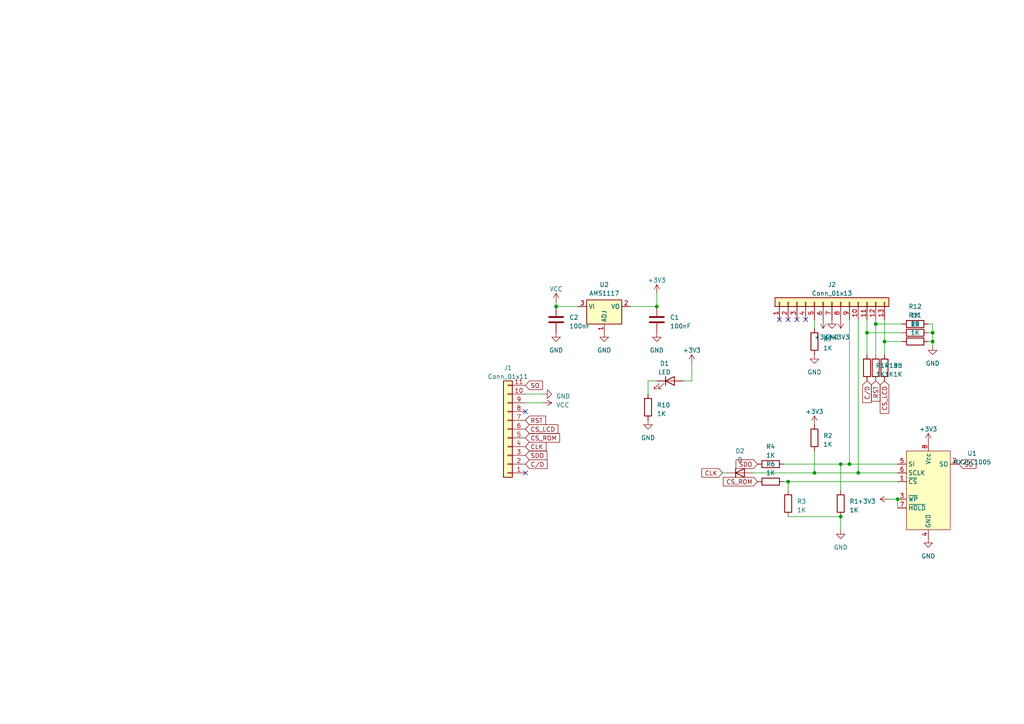
<source format=kicad_sch>
(kicad_sch (version 20230121) (generator eeschema)
  (paper "A4")
  (lib_symbols
    (symbol "Connector_Generic:Conn_01x11" (pin_names (offset 1.016) hide)
      (property "Reference" "J" (at 0 15.24 0))
      (property "Value" "Conn_01x11" (at 0 -15.24 0))
      (symbol "Conn_01x11_1_1"
        (rectangle (start -1.27 -12.573) (end 0 -12.827) (stroke (width 0.1524)))
        (rectangle (start -1.27 -10.033) (end 0 -10.287) (stroke (width 0.1524)))
        (rectangle (start -1.27 -7.493) (end 0 -7.747) (stroke (width 0.1524)))
        (rectangle (start -1.27 -4.953) (end 0 -5.207) (stroke (width 0.1524)))
        (rectangle (start -1.27 -2.413) (end 0 -2.667) (stroke (width 0.1524)))
        (rectangle (start -1.27 0.127) (end 0 -0.127) (stroke (width 0.1524)))
        (rectangle (start -1.27 2.667) (end 0 2.413) (stroke (width 0.1524)))
        (rectangle (start -1.27 5.207) (end 0 4.953) (stroke (width 0.1524)))
        (rectangle (start -1.27 7.747) (end 0 7.493) (stroke (width 0.1524)))
        (rectangle (start -1.27 10.287) (end 0 10.033) (stroke (width 0.1524)))
        (rectangle (start -1.27 12.827) (end 0 12.573) (stroke (width 0.1524)))
        (rectangle (start -1.27 13.97) (end 1.27 -13.97) (stroke (width 0.254)) (fill (type background)))
        (pin passive line (at -5.08 12.7 0) (length 3.81) (name "Pin_1") (number "1"))
        (pin passive line (at -5.08 -10.16 0) (length 3.81) (name "Pin_10") (number "10"))
        (pin passive line (at -5.08 -12.7 0) (length 3.81) (name "Pin_11") (number "11"))
        (pin passive line (at -5.08 10.16 0) (length 3.81) (name "Pin_2") (number "2"))
        (pin passive line (at -5.08 7.62 0) (length 3.81) (name "Pin_3") (number "3"))
        (pin passive line (at -5.08 5.08 0) (length 3.81) (name "Pin_4") (number "4"))
        (pin passive line (at -5.08 2.54 0) (length 3.81) (name "Pin_5") (number "5"))
        (pin passive line (at -5.08 0 0) (length 3.81) (name "Pin_6") (number "6"))
        (pin passive line (at -5.08 -2.54 0) (length 3.81) (name "Pin_7") (number "7"))
        (pin passive line (at -5.08 -5.08 0) (length 3.81) (name "Pin_8") (number "8"))
        (pin passive line (at -5.08 -7.62 0) (length 3.81) (name "Pin_9") (number "9"))
      )
    )
    (symbol "Connector_Generic:Conn_01x13" (pin_names (offset 1.016) hide)
      (property "Reference" "J" (at 0 17.78 0))
      (property "Value" "Conn_01x13" (at 0 -17.78 0))
      (symbol "Conn_01x13_1_1"
        (rectangle (start -1.27 -15.113) (end 0 -15.367) (stroke (width 0.1524)))
        (rectangle (start -1.27 -12.573) (end 0 -12.827) (stroke (width 0.1524)))
        (rectangle (start -1.27 -10.033) (end 0 -10.287) (stroke (width 0.1524)))
        (rectangle (start -1.27 -7.493) (end 0 -7.747) (stroke (width 0.1524)))
        (rectangle (start -1.27 -4.953) (end 0 -5.207) (stroke (width 0.1524)))
        (rectangle (start -1.27 -2.413) (end 0 -2.667) (stroke (width 0.1524)))
        (rectangle (start -1.27 0.127) (end 0 -0.127) (stroke (width 0.1524)))
        (rectangle (start -1.27 2.667) (end 0 2.413) (stroke (width 0.1524)))
        (rectangle (start -1.27 5.207) (end 0 4.953) (stroke (width 0.1524)))
        (rectangle (start -1.27 7.747) (end 0 7.493) (stroke (width 0.1524)))
        (rectangle (start -1.27 10.287) (end 0 10.033) (stroke (width 0.1524)))
        (rectangle (start -1.27 12.827) (end 0 12.573) (stroke (width 0.1524)))
        (rectangle (start -1.27 15.367) (end 0 15.113) (stroke (width 0.1524)))
        (rectangle (start -1.27 16.51) (end 1.27 -16.51) (stroke (width 0.254)) (fill (type background)))
        (pin passive line (at -5.08 15.24 0) (length 3.81) (name "Pin_1") (number "1"))
        (pin passive line (at -5.08 -7.62 0) (length 3.81) (name "Pin_10") (number "10"))
        (pin passive line (at -5.08 -10.16 0) (length 3.81) (name "Pin_11") (number "11"))
        (pin passive line (at -5.08 -12.7 0) (length 3.81) (name "Pin_12") (number "12"))
        (pin passive line (at -5.08 -15.24 0) (length 3.81) (name "Pin_13") (number "13"))
        (pin passive line (at -5.08 12.7 0) (length 3.81) (name "Pin_2") (number "2"))
        (pin passive line (at -5.08 10.16 0) (length 3.81) (name "Pin_3") (number "3"))
        (pin passive line (at -5.08 7.62 0) (length 3.81) (name "Pin_4") (number "4"))
        (pin passive line (at -5.08 5.08 0) (length 3.81) (name "Pin_5") (number "5"))
        (pin passive line (at -5.08 2.54 0) (length 3.81) (name "Pin_6") (number "6"))
        (pin passive line (at -5.08 0 0) (length 3.81) (name "Pin_7") (number "7"))
        (pin passive line (at -5.08 -2.54 0) (length 3.81) (name "Pin_8") (number "8"))
        (pin passive line (at -5.08 -5.08 0) (length 3.81) (name "Pin_9") (number "9"))
      )
    )
    (symbol "Device:C" (pin_numbers hide) (pin_names (offset 0.254))
      (property "Reference" "C" (at 0.635 2.54 0))
      (property "Value" "C" (at 0.635 -2.54 0))
      (symbol "C_0_1"
        (polyline (pts (xy -2.032 -0.762) (xy 2.032 -0.762)) (stroke (width 0.508)))
        (polyline (pts (xy -2.032 0.762) (xy 2.032 0.762)) (stroke (width 0.508)))
      )
      (symbol "C_1_1"
        (pin passive line (at 0 3.81 270) (length 2.794) (name "~") (number "1"))
        (pin passive line (at 0 -3.81 90) (length 2.794) (name "~") (number "2"))
      )
    )
    (symbol "Device:D" (pin_numbers hide) (pin_names (offset 1.016) hide)
      (property "Reference" "D" (at 0 2.54 0))
      (property "Value" "D" (at 0 -2.54 0))
      (symbol "D_0_1"
        (polyline (pts (xy -1.27 1.27) (xy -1.27 -1.27)) (stroke (width 0.254)))
        (polyline (pts (xy 1.27 0) (xy -1.27 0)))
        (polyline (pts (xy 1.27 1.27) (xy 1.27 -1.27) (xy -1.27 0) (xy 1.27 1.27)) (stroke (width 0.254)))
      )
      (symbol "D_1_1"
        (pin passive line (at -3.81 0 0) (length 2.54) (name "K") (number "1"))
        (pin passive line (at 3.81 0 180) (length 2.54) (name "A") (number "2"))
      )
    )
    (symbol "Device:LED" (pin_numbers hide) (pin_names (offset 1.016) hide)
      (property "Reference" "D" (at 0 2.54 0))
      (property "Value" "LED" (at 0 -2.54 0))
      (symbol "LED_0_1"
        (polyline (pts (xy -1.27 -1.27) (xy -1.27 1.27)) (stroke (width 0.254)))
        (polyline (pts (xy -1.27 0) (xy 1.27 0)))
        (polyline (pts (xy 1.27 -1.27) (xy 1.27 1.27) (xy -1.27 0) (xy 1.27 -1.27)) (stroke (width 0.254)))
        (polyline (pts (xy -3.048 -0.762) (xy -4.572 -2.286) (xy -3.81 -2.286) (xy -4.572 -2.286) (xy -4.572 -1.524)))
        (polyline (pts (xy -1.778 -0.762) (xy -3.302 -2.286) (xy -2.54 -2.286) (xy -3.302 -2.286) (xy -3.302 -1.524)))
      )
      (symbol "LED_1_1"
        (pin passive line (at -3.81 0 0) (length 2.54) (name "K") (number "1"))
        (pin passive line (at 3.81 0 180) (length 2.54) (name "A") (number "2"))
      )
    )
    (symbol "Device:R" (pin_numbers hide) (pin_names (offset 0))
      (property "Reference" "R" (at 2.032 0 90))
      (property "Value" "R" (at 0 0 90))
      (symbol "R_0_1"
        (rectangle (start -1.016 -2.54) (end 1.016 2.54) (stroke (width 0.254)))
      )
      (symbol "R_1_1"
        (pin passive line (at 0 3.81 270) (length 1.27) (name "~") (number "1"))
        (pin passive line (at 0 -3.81 90) (length 1.27) (name "~") (number "2"))
      )
    )
    (symbol "Regulator_Linear:AMS1117"
      (property "Reference" "U" (at -3.81 3.175 0))
      (property "Value" "AMS1117" (at 0 3.175 0))
      (symbol "AMS1117_0_1"
        (rectangle (start -5.08 -5.08) (end 5.08 1.905) (stroke (width 0.254)) (fill (type background)))
      )
      (symbol "AMS1117_1_1"
        (pin input line (at 0 -7.62 90) (length 2.54) (name "ADJ") (number "1"))
        (pin power_out line (at 7.62 0 180) (length 2.54) (name "VO") (number "2"))
        (pin power_in line (at -7.62 0 0) (length 2.54) (name "VI") (number "3"))
      )
    )
    (symbol "TholinsStuff:MX25L1005"
      (property "Reference" "U" (at 0 0 0))
      (property "Value" "MX25L1005" (at 0 0 0))
      (symbol "MX25L1005_0_1"
        (rectangle (start -6.35 -3.81) (end 6.35 -26.67) (fill (type background)))
      )
      (symbol "MX25L1005_1_1"
        (pin input line (at -8.89 -12.7 0) (length 2.54) (name "~{CS}") (number "1"))
        (pin output line (at 8.89 -7.62 180) (length 2.54) (name "SO") (number "2"))
        (pin input line (at -8.89 -17.78 0) (length 2.54) (name "~{WP}") (number "3"))
        (pin input line (at 0 -29.21 90) (length 2.54) (name "GND") (number "4"))
        (pin input line (at -8.89 -7.62 0) (length 2.54) (name "SI") (number "5"))
        (pin input line (at -8.89 -10.16 0) (length 2.54) (name "SCLK") (number "6"))
        (pin input line (at -8.89 -20.32 0) (length 2.54) (name "~{HOLD}") (number "7"))
        (pin input line (at 0 -1.27 270) (length 2.54) (name "Vcc") (number "8"))
      )
    )
    (symbol "power:+3V3" (power) (pin_names (offset 0))
      (property "Value" "+3V3" (at 0 3.556 0))
      (symbol "+3V3_0_1"
        (polyline (pts (xy -0.762 1.27) (xy 0 2.54)))
        (polyline (pts (xy 0 0) (xy 0 2.54)))
        (polyline (pts (xy 0 2.54) (xy 0.762 1.27)))
      )
      (symbol "+3V3_1_1"
        (pin power_in line (at 0 0 90) (length 0) hide (name "+3V3") (number "1"))
      )
    )
    (symbol "power:GND" (power) (pin_names (offset 0))
      (property "Value" "GND" (at 0 -3.81 0))
      (symbol "GND_0_1"
        (polyline (pts (xy 0 0) (xy 0 -1.27) (xy 1.27 -1.27) (xy 0 -2.54) (xy -1.27 -1.27) (xy 0 -1.27)))
      )
      (symbol "GND_1_1"
        (pin power_in line (at 0 0 270) (length 0) hide (name "GND") (number "1"))
      )
    )
    (symbol "power:VCC" (power) (pin_names (offset 0))
      (property "Value" "VCC" (at 0 3.81 0))
      (symbol "VCC_0_1"
        (polyline (pts (xy -0.762 1.27) (xy 0 2.54)))
        (polyline (pts (xy 0 0) (xy 0 2.54)))
        (polyline (pts (xy 0 2.54) (xy 0.762 1.27)))
      )
      (symbol "VCC_1_1"
        (pin power_in line (at 0 0 90) (length 0) hide (name "VCC") (number "1"))
      )
    )
  )
  (junction (at 243.84 134.62))
  (junction (at 248.92 137.16))
  (junction (at 260.35 144.78))
  (junction (at 190.5 88.9))
  (junction (at 254 93.98))
  (junction (at 251.46 96.52))
  (junction (at 246.38 134.62))
  (junction (at 161.29 88.9))
  (junction (at 256.54 99.06))
  (junction (at 243.84 149.86))
  (junction (at 236.22 137.16))
  (junction (at 270.51 99.06))
  (junction (at 270.51 96.52))
  (junction (at 228.6 139.7))
  (no_connect (at 152.4 119.38))
  (no_connect (at 233.68 92.71))
  (no_connect (at 152.4 137.16))
  (no_connect (at 228.6 92.71))
  (no_connect (at 231.14 92.71))
  (no_connect (at 226.06 92.71))
  (wire (pts (xy 200.66 110.49) (xy 198.12 110.49)))
  (wire (pts (xy 227.33 134.62) (xy 243.84 134.62)))
  (wire (pts (xy 270.51 93.98) (xy 270.51 96.52)))
  (wire (pts (xy 270.51 99.06) (xy 270.51 100.33)))
  (wire (pts (xy 251.46 92.71) (xy 251.46 96.52)))
  (wire (pts (xy 256.54 99.06) (xy 256.54 102.87)))
  (wire (pts (xy 260.35 144.78) (xy 260.35 147.32)))
  (wire (pts (xy 256.54 92.71) (xy 256.54 99.06)))
  (wire (pts (xy 236.22 92.71) (xy 236.22 95.25)))
  (wire (pts (xy 251.46 96.52) (xy 251.46 102.87)))
  (wire (pts (xy 269.24 93.98) (xy 270.51 93.98)))
  (wire (pts (xy 187.96 114.3) (xy 187.96 110.49)))
  (wire (pts (xy 256.54 99.06) (xy 261.62 99.06)))
  (wire (pts (xy 243.84 134.62) (xy 246.38 134.62)))
  (wire (pts (xy 161.29 87.63) (xy 161.29 88.9)))
  (wire (pts (xy 190.5 88.9) (xy 190.5 85.09)))
  (wire (pts (xy 152.4 116.84) (xy 157.48 116.84)))
  (wire (pts (xy 269.24 96.52) (xy 270.51 96.52)))
  (wire (pts (xy 200.66 105.41) (xy 200.66 110.49)))
  (wire (pts (xy 236.22 130.81) (xy 236.22 137.16)))
  (wire (pts (xy 218.44 137.16) (xy 236.22 137.16)))
  (wire (pts (xy 187.96 110.49) (xy 190.5 110.49)))
  (wire (pts (xy 246.38 92.71) (xy 246.38 134.62)))
  (wire (pts (xy 269.24 99.06) (xy 270.51 99.06)))
  (wire (pts (xy 228.6 139.7) (xy 260.35 139.7)))
  (wire (pts (xy 248.92 137.16) (xy 260.35 137.16)))
  (wire (pts (xy 227.33 139.7) (xy 228.6 139.7)))
  (wire (pts (xy 182.88 88.9) (xy 190.5 88.9)))
  (wire (pts (xy 251.46 96.52) (xy 261.62 96.52)))
  (wire (pts (xy 152.4 114.3) (xy 157.48 114.3)))
  (wire (pts (xy 254 92.71) (xy 254 93.98)))
  (wire (pts (xy 257.81 144.78) (xy 260.35 144.78)))
  (wire (pts (xy 228.6 149.86) (xy 243.84 149.86)))
  (wire (pts (xy 254 93.98) (xy 254 102.87)))
  (wire (pts (xy 161.29 88.9) (xy 167.64 88.9)))
  (wire (pts (xy 243.84 153.67) (xy 243.84 149.86)))
  (wire (pts (xy 248.92 92.71) (xy 248.92 137.16)))
  (wire (pts (xy 270.51 96.52) (xy 270.51 99.06)))
  (wire (pts (xy 228.6 139.7) (xy 228.6 142.24)))
  (wire (pts (xy 254 93.98) (xy 261.62 93.98)))
  (wire (pts (xy 246.38 134.62) (xy 260.35 134.62)))
  (wire (pts (xy 243.84 134.62) (xy 243.84 142.24)))
  (wire (pts (xy 236.22 137.16) (xy 248.92 137.16)))
  (wire (pts (xy 209.55 137.16) (xy 210.82 137.16)))
  (global_label "CS_LCD" (shape input) (at 152.4 124.46 0) (property "Intersheetrefs" "${INTERSHEET_REFS}" (effects hide)))
  (global_label "CS_ROM" (shape input) (at 152.4 127 0) (property "Intersheetrefs" "${INTERSHEET_REFS}" (effects hide)))
  (global_label "SO" (shape input) (at 152.4 111.76 0) (property "Intersheetrefs" "${INTERSHEET_REFS}" (effects hide)))
  (global_label "RST" (shape input) (at 152.4 121.92 0) (property "Intersheetrefs" "${INTERSHEET_REFS}" (effects hide)))
  (global_label "CS_ROM" (shape input) (at 219.71 139.7 180) (property "Intersheetrefs" "${INTERSHEET_REFS}" (effects hide)))
  (global_label "SDO" (shape input) (at 152.4 132.08 0) (property "Intersheetrefs" "${INTERSHEET_REFS}" (effects hide)))
  (global_label "C{slash}D" (shape input) (at 152.4 134.62 0) (property "Intersheetrefs" "${INTERSHEET_REFS}" (effects hide)))
  (global_label "SDO" (shape input) (at 219.71 134.62 180) (property "Intersheetrefs" "${INTERSHEET_REFS}" (effects hide)))
  (global_label "C{slash}D" (shape input) (at 251.46 110.49 270) (property "Intersheetrefs" "${INTERSHEET_REFS}" (effects hide)))
  (global_label "CLK" (shape input) (at 152.4 129.54 0) (property "Intersheetrefs" "${INTERSHEET_REFS}" (effects hide)))
  (global_label "RST" (shape input) (at 254 110.49 270) (property "Intersheetrefs" "${INTERSHEET_REFS}" (effects hide)))
  (global_label "CS_LCD" (shape input) (at 256.54 110.49 270) (property "Intersheetrefs" "${INTERSHEET_REFS}" (effects hide)))
  (global_label "SO" (shape input) (at 278.13 134.62 0) (property "Intersheetrefs" "${INTERSHEET_REFS}" (effects hide)))
  (global_label "CLK" (shape input) (at 209.55 137.16 180) (property "Intersheetrefs" "${INTERSHEET_REFS}" (effects hide)))
  (symbol (lib_id "power:GND") (at 161.29 96.52 0) (unit 1)
    (property "Reference" "#PWR07" (effects hide))
    (property "Value" "GND" (at 161.29 101.6 0))
  )
  (symbol (lib_id "power:GND") (at 157.48 114.3 90) (unit 1)
    (property "Reference" "#PWR01" (effects hide))
    (property "Value" "GND" (at 161.29 114.935 90) (effects (justify right)))
  )
  (symbol (lib_id "Device:R") (at 254 106.68 180) (unit 1)
    (property "Reference" "R13" (at 256.54 106.045 0) (effects (justify right)))
    (property "Value" "1K" (at 256.54 108.585 0) (effects (justify right)))
    (property "Footprint" "Resistor_SMD:R_2010_5025Metric_Pad1.40x2.65mm_HandSolder" (effects hide))
  )
  (symbol (lib_id "power:GND") (at 241.3 92.71 0) (unit 1)
    (property "Reference" "#PWR015" (effects hide))
    (property "Value" "GND" (at 241.3 97.79 0))
  )
  (symbol (lib_id "power:GND") (at 236.22 102.87 0) (unit 1)
    (property "Reference" "#PWR012" (effects hide))
    (property "Value" "GND" (at 236.22 107.95 0))
  )
  (symbol (lib_id "Device:R") (at 223.52 134.62 90) (unit 1)
    (property "Reference" "R4" (at 223.52 129.54 90))
    (property "Value" "1K" (at 223.52 132.08 90))
    (property "Footprint" "Resistor_SMD:R_2010_5025Metric_Pad1.40x2.65mm_HandSolder" (effects hide))
  )
  (symbol (lib_id "Device:R") (at 187.96 118.11 180) (unit 1)
    (property "Reference" "R10" (at 190.5 117.475 0) (effects (justify right)))
    (property "Value" "1K" (at 190.5 120.015 0) (effects (justify right)))
    (property "Footprint" "Resistor_SMD:R_2010_5025Metric_Pad1.40x2.65mm_HandSolder" (effects hide))
  )
  (symbol (lib_id "Device:R") (at 228.6 146.05 0) (unit 1)
    (property "Reference" "R3" (at 231.14 145.415 0) (effects (justify left)))
    (property "Value" "1K" (at 231.14 147.955 0) (effects (justify left)))
    (property "Footprint" "Resistor_SMD:R_2010_5025Metric_Pad1.40x2.65mm_HandSolder" (effects hide))
  )
  (symbol (lib_id "power:GND") (at 175.26 96.52 0) (unit 1)
    (property "Reference" "#PWR03" (effects hide))
    (property "Value" "GND" (at 175.26 101.6 0))
  )
  (symbol (lib_id "Device:R") (at 251.46 106.68 180) (unit 1)
    (property "Reference" "R14" (at 254 106.045 0) (effects (justify right)))
    (property "Value" "1K" (at 254 108.585 0) (effects (justify right)))
    (property "Footprint" "Resistor_SMD:R_2010_5025Metric_Pad1.40x2.65mm_HandSolder" (effects hide))
  )
  (symbol (lib_id "power:+3V3") (at 243.84 92.71 180) (unit 1)
    (property "Reference" "#PWR014" (effects hide))
    (property "Value" "+3V3" (at 243.84 97.79 0))
  )
  (symbol (lib_id "Device:R") (at 223.52 139.7 90) (unit 1)
    (property "Reference" "R6" (at 223.52 134.62 90))
    (property "Value" "1K" (at 223.52 137.16 90))
    (property "Footprint" "Resistor_SMD:R_2010_5025Metric_Pad1.40x2.65mm_HandSolder" (effects hide))
  )
  (symbol (lib_id "TholinsStuff:MX25L1005") (at 269.24 127 0) (unit 1)
    (property "Reference" "U1" (at 281.94 131.4959 0))
    (property "Value" "MX25L1005" (at 281.94 134.0359 0))
    (property "Footprint" "Package_DIP:DIP-8_W7.62mm_LongPads" (effects hide))
  )
  (symbol (lib_id "power:+3V3") (at 236.22 123.19 0) (unit 1)
    (property "Reference" "#PWR019" (effects hide))
    (property "Value" "+3V3" (at 236.22 119.38 0))
  )
  (symbol (lib_id "power:GND") (at 187.96 121.92 0) (unit 1)
    (property "Reference" "#PWR017" (effects hide))
    (property "Value" "GND" (at 187.96 127 0))
  )
  (symbol (lib_id "Device:LED") (at 194.31 110.49 0) (unit 1)
    (property "Reference" "D1" (at 192.7225 105.41 0))
    (property "Value" "LED" (at 192.7225 107.95 0))
    (property "Footprint" "LED_SMD:LED_0805_2012Metric" (effects hide))
  )
  (symbol (lib_id "Device:D") (at 214.63 137.16 0) (unit 1)
    (property "Reference" "D2" (at 214.63 130.81 0))
    (property "Value" "D" (at 214.63 133.35 0))
    (property "Footprint" "Diode_SMD:D_0805_2012Metric" (effects hide))
    (property "Sim.Device" "D" (effects hide))
    (property "Sim.Pins" "1=K 2=A" (effects hide))
  )
  (symbol (lib_id "Device:C") (at 190.5 92.71 0) (unit 1)
    (property "Reference" "C1" (at 194.31 92.075 0) (effects (justify left)))
    (property "Value" "100nF" (at 194.31 94.615 0) (effects (justify left)))
    (property "Footprint" "Capacitor_SMD:C_1206_3216Metric" (effects hide))
  )
  (symbol (lib_id "power:+3V3") (at 238.76 92.71 180) (unit 1)
    (property "Reference" "#PWR013" (effects hide))
    (property "Value" "+3V3" (at 238.76 97.79 0))
  )
  (symbol (lib_id "power:VCC") (at 161.29 87.63 0) (unit 1)
    (property "Reference" "#PWR04" (effects hide))
    (property "Value" "VCC" (at 161.29 83.82 0))
  )
  (symbol (lib_id "power:GND") (at 270.51 100.33 0) (unit 1)
    (property "Reference" "#PWR016" (effects hide))
    (property "Value" "GND" (at 270.51 105.41 0))
  )
  (symbol (lib_id "Device:R") (at 236.22 127 0) (unit 1)
    (property "Reference" "R2" (at 238.76 126.365 0) (effects (justify left)))
    (property "Value" "1K" (at 238.76 128.905 0) (effects (justify left)))
    (property "Footprint" "Resistor_SMD:R_2010_5025Metric_Pad1.40x2.65mm_HandSolder" (effects hide))
  )
  (symbol (lib_id "power:VCC") (at 157.48 116.84 270) (unit 1)
    (property "Reference" "#PWR02" (effects hide))
    (property "Value" "VCC" (at 161.29 117.475 90) (effects (justify left)))
  )
  (symbol (lib_id "Device:R") (at 256.54 106.68 180) (unit 1)
    (property "Reference" "R8" (at 259.08 106.045 0) (effects (justify right)))
    (property "Value" "1K" (at 259.08 108.585 0) (effects (justify right)))
    (property "Footprint" "Resistor_SMD:R_2010_5025Metric_Pad1.40x2.65mm_HandSolder" (effects hide))
  )
  (symbol (lib_id "power:+3V3") (at 190.5 85.09 0) (unit 1)
    (property "Reference" "#PWR05" (effects hide))
    (property "Value" "+3V3" (at 190.5 81.28 0))
  )
  (symbol (lib_id "power:+3V3") (at 200.66 105.41 0) (unit 1)
    (property "Reference" "#PWR018" (effects hide))
    (property "Value" "+3V3" (at 200.66 101.6 0))
  )
  (symbol (lib_id "power:+3V3") (at 257.81 144.78 90) (unit 1)
    (property "Reference" "#PWR010" (effects hide))
    (property "Value" "+3V3" (at 254 145.415 90) (effects (justify left)))
  )
  (symbol (lib_id "power:GND") (at 190.5 96.52 0) (unit 1)
    (property "Reference" "#PWR06" (effects hide))
    (property "Value" "GND" (at 190.5 101.6 0))
  )
  (symbol (lib_id "Device:C") (at 161.29 92.71 0) (unit 1)
    (property "Reference" "C2" (at 165.1 92.075 0) (effects (justify left)))
    (property "Value" "100nF" (at 165.1 94.615 0) (effects (justify left)))
    (property "Footprint" "Capacitor_SMD:C_1206_3216Metric" (effects hide))
  )
  (symbol (lib_id "Device:R") (at 265.43 99.06 270) (unit 1)
    (property "Reference" "R9" (at 265.43 93.98 90))
    (property "Value" "1K" (at 265.43 96.52 90))
    (property "Footprint" "Resistor_SMD:R_2010_5025Metric_Pad1.40x2.65mm_HandSolder" (effects hide))
  )
  (symbol (lib_id "power:+3V3") (at 269.24 128.27 0) (unit 1)
    (property "Reference" "#PWR08" (effects hide))
    (property "Value" "+3V3" (at 269.24 124.46 0))
  )
  (symbol (lib_id "Device:R") (at 265.43 93.98 270) (unit 1)
    (property "Reference" "R12" (at 265.43 88.9 90))
    (property "Value" "1K" (at 265.43 91.44 90))
    (property "Footprint" "Resistor_SMD:R_2010_5025Metric_Pad1.40x2.65mm_HandSolder" (effects hide))
  )
  (symbol (lib_id "Connector_Generic:Conn_01x13") (at 241.3 87.63 90) (unit 1)
    (property "Reference" "J2" (at 241.3 82.55 90))
    (property "Value" "Conn_01x13" (at 241.3 85.09 90))
    (property "Footprint" "Connector_PinHeader_2.54mm:PinHeader_1x13_P2.54mm_Vertical" (effects hide))
  )
  (symbol (lib_id "power:GND") (at 269.24 156.21 0) (unit 1)
    (property "Reference" "#PWR09" (effects hide))
    (property "Value" "GND" (at 269.24 161.29 0))
  )
  (symbol (lib_id "Device:R") (at 236.22 99.06 180) (unit 1)
    (property "Reference" "R7" (at 238.76 98.425 0) (effects (justify right)))
    (property "Value" "1K" (at 238.76 100.965 0) (effects (justify right)))
    (property "Footprint" "Resistor_SMD:R_2010_5025Metric_Pad1.40x2.65mm_HandSolder" (effects hide))
  )
  (symbol (lib_id "Device:R") (at 243.84 146.05 0) (unit 1)
    (property "Reference" "R1" (at 246.38 145.415 0) (effects (justify left)))
    (property "Value" "1K" (at 246.38 147.955 0) (effects (justify left)))
    (property "Footprint" "Resistor_SMD:R_2010_5025Metric_Pad1.40x2.65mm_HandSolder" (effects hide))
  )
  (symbol (lib_id "Connector_Generic:Conn_01x11") (at 147.32 124.46 180) (unit 1)
    (property "Reference" "J1" (at 147.32 106.68 0))
    (property "Value" "Conn_01x11" (at 147.32 109.22 0))
    (property "Footprint" "Connector_PinHeader_2.54mm:PinHeader_1x11_P2.54mm_Vertical" (effects hide))
  )
  (symbol (lib_id "Regulator_Linear:AMS1117") (at 175.26 88.9 0) (unit 1)
    (property "Reference" "U2" (at 175.26 82.55 0))
    (property "Value" "AMS1117" (at 175.26 85.09 0))
    (property "Footprint" "Package_TO_SOT_SMD:SOT-223-3_TabPin2" (effects hide))
    (property "Datasheet" "http://www.advanced-monolithic.com/pdf/ds1117.pdf" (effects hide))
  )
  (symbol (lib_id "Device:R") (at 265.43 96.52 270) (unit 1)
    (property "Reference" "R11" (at 265.43 91.44 90))
    (property "Value" "1K" (at 265.43 93.98 90))
    (property "Footprint" "Resistor_SMD:R_2010_5025Metric_Pad1.40x2.65mm_HandSolder" (effects hide))
  )
  (symbol (lib_id "power:GND") (at 243.84 153.67 0) (unit 1)
    (property "Reference" "#PWR011" (effects hide))
    (property "Value" "GND" (at 243.84 158.75 0))
  )
)
</source>
